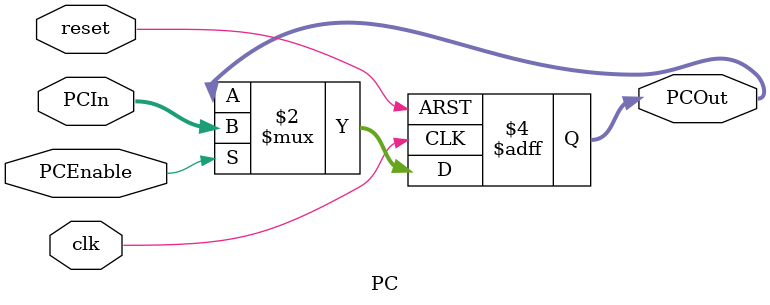
<source format=v>
`timescale 1ns / 1ps
module PC(
    input clk,
    input reset,
    input PCEnable,
    input [31:0] PCIn,
    output reg[31:0] PCOut
    );
	 
	always @(posedge clk or posedge reset)begin
		if (reset) PCOut <= 32'h00003000;
		else if (PCEnable) PCOut <= PCIn;
	end

endmodule

</source>
